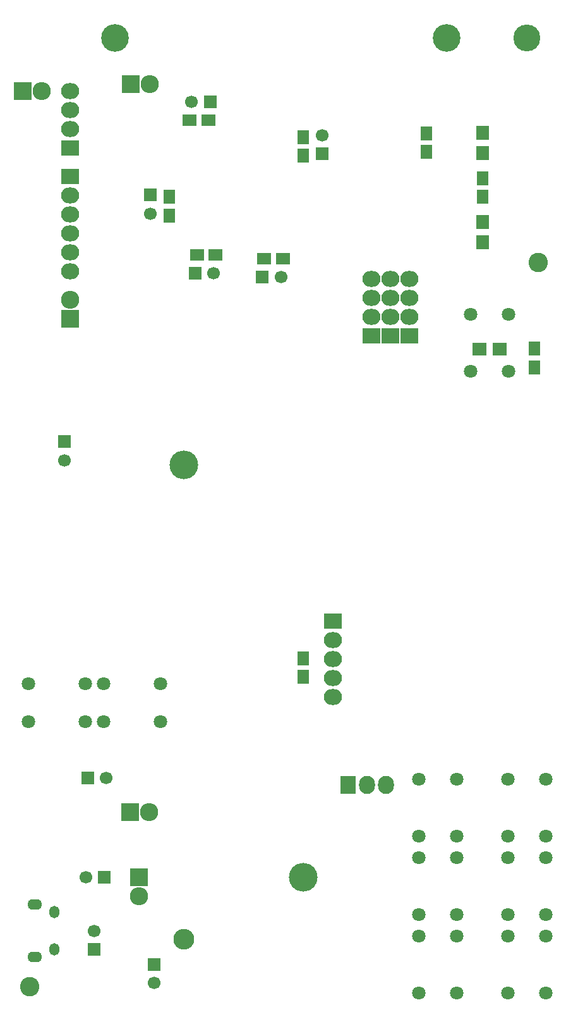
<source format=gbs>
G04 #@! TF.FileFunction,Soldermask,Bot*
%FSLAX46Y46*%
G04 Gerber Fmt 4.6, Leading zero omitted, Abs format (unit mm)*
G04 Created by KiCad (PCBNEW 4.0.2-stable) date Sat 27 Feb 2016 06:16:26 AM EST*
%MOMM*%
G01*
G04 APERTURE LIST*
%ADD10C,0.100000*%
%ADD11C,2.600000*%
%ADD12R,2.127200X2.432000*%
%ADD13O,2.127200X2.432000*%
%ADD14R,2.432000X2.127200*%
%ADD15O,2.432000X2.127200*%
%ADD16O,3.850000X3.850000*%
%ADD17O,2.790000X2.790000*%
%ADD18R,1.700000X1.700000*%
%ADD19C,1.700000*%
%ADD20O,1.350000X1.650000*%
%ADD21O,1.950000X1.400000*%
%ADD22C,1.797000*%
%ADD23R,1.650000X1.900000*%
%ADD24R,1.700000X1.900000*%
%ADD25R,1.900000X1.650000*%
%ADD26R,2.432000X2.432000*%
%ADD27O,2.432000X2.432000*%
%ADD28R,1.900000X1.700000*%
%ADD29O,3.702000X3.702000*%
%ADD30C,3.600000*%
G04 APERTURE END LIST*
D10*
D11*
X40300000Y-172000000D03*
D12*
X83000000Y-145000000D03*
D13*
X85540000Y-145000000D03*
X88080000Y-145000000D03*
D14*
X86150000Y-84820000D03*
D15*
X86150000Y-82280000D03*
X86150000Y-79740000D03*
X86150000Y-77200000D03*
D16*
X61000000Y-102130000D03*
D17*
X61000000Y-165660000D03*
D16*
X77000000Y-157330000D03*
D14*
X81000000Y-123000000D03*
D15*
X81000000Y-125540000D03*
X81000000Y-128080000D03*
X81000000Y-130620000D03*
X81000000Y-133160000D03*
D18*
X50350000Y-157350000D03*
D19*
X47850000Y-157350000D03*
D18*
X49000000Y-167000000D03*
D19*
X49000000Y-164500000D03*
D18*
X56500000Y-66000000D03*
D19*
X56500000Y-68500000D03*
D18*
X57000000Y-169000000D03*
D19*
X57000000Y-171500000D03*
D18*
X62500000Y-76500000D03*
D19*
X65000000Y-76500000D03*
D18*
X64500000Y-53500000D03*
D19*
X62000000Y-53500000D03*
D20*
X43662540Y-161999100D03*
X43662540Y-166999100D03*
D21*
X40962540Y-160999100D03*
X40962540Y-167999100D03*
D22*
X47810000Y-131460000D03*
X47810000Y-136540000D03*
X40190000Y-131460000D03*
X40190000Y-136540000D03*
X109540000Y-172810000D03*
X104460000Y-172810000D03*
X109540000Y-165190000D03*
X104460000Y-165190000D03*
X92460000Y-165190000D03*
X97540000Y-165190000D03*
X92460000Y-172810000D03*
X97540000Y-172810000D03*
X109540000Y-151810000D03*
X104460000Y-151810000D03*
X109540000Y-144190000D03*
X104460000Y-144190000D03*
X109540000Y-162310000D03*
X104460000Y-162310000D03*
X109540000Y-154690000D03*
X104460000Y-154690000D03*
X57810000Y-131460000D03*
X57810000Y-136540000D03*
X50190000Y-131460000D03*
X50190000Y-136540000D03*
X92460000Y-154690000D03*
X97540000Y-154690000D03*
X92460000Y-162310000D03*
X97540000Y-162310000D03*
X92460000Y-144190000D03*
X97540000Y-144190000D03*
X92460000Y-151810000D03*
X97540000Y-151810000D03*
D14*
X45720000Y-59690000D03*
D15*
X45720000Y-57150000D03*
X45720000Y-54610000D03*
X45720000Y-52070000D03*
D23*
X93500000Y-60250000D03*
X93500000Y-57750000D03*
X101000000Y-63750000D03*
X101000000Y-66250000D03*
D14*
X91230000Y-84820000D03*
D15*
X91230000Y-82280000D03*
X91230000Y-79740000D03*
X91230000Y-77200000D03*
D14*
X88690000Y-84820000D03*
D15*
X88690000Y-82280000D03*
X88690000Y-79740000D03*
X88690000Y-77200000D03*
D24*
X101000000Y-72350000D03*
X101000000Y-69650000D03*
X101000000Y-57650000D03*
X101000000Y-60350000D03*
D23*
X59000000Y-66250000D03*
X59000000Y-68750000D03*
D25*
X62750000Y-74000000D03*
X65250000Y-74000000D03*
D18*
X48100000Y-144000000D03*
D19*
X50600000Y-144000000D03*
D25*
X71750000Y-74500000D03*
X74250000Y-74500000D03*
D18*
X71500000Y-77000000D03*
D19*
X74000000Y-77000000D03*
D23*
X77000000Y-60750000D03*
X77000000Y-58250000D03*
D18*
X79500000Y-60500000D03*
D19*
X79500000Y-58000000D03*
D25*
X64250000Y-56000000D03*
X61750000Y-56000000D03*
D18*
X45000000Y-99000000D03*
D19*
X45000000Y-101500000D03*
D23*
X108000000Y-89050000D03*
X108000000Y-86550000D03*
D26*
X53900000Y-51200000D03*
D27*
X56440000Y-51200000D03*
D28*
X103350000Y-86600000D03*
X100650000Y-86600000D03*
D22*
X99460000Y-81990000D03*
X104540000Y-81990000D03*
X99460000Y-89610000D03*
X104540000Y-89610000D03*
D26*
X45720000Y-82550000D03*
D27*
X45720000Y-80010000D03*
D14*
X45720000Y-63500000D03*
D15*
X45720000Y-66040000D03*
X45720000Y-68580000D03*
X45720000Y-71120000D03*
X45720000Y-73660000D03*
X45720000Y-76200000D03*
D23*
X77000000Y-130500000D03*
X77000000Y-128000000D03*
D26*
X39370000Y-52070000D03*
D27*
X41910000Y-52070000D03*
D26*
X53800000Y-148600000D03*
D27*
X56340000Y-148600000D03*
D26*
X55000000Y-157300000D03*
D27*
X55000000Y-159840000D03*
D29*
X96225000Y-45000000D03*
X51775000Y-45000000D03*
D30*
X107000000Y-45000000D03*
D11*
X108500000Y-75000000D03*
M02*

</source>
